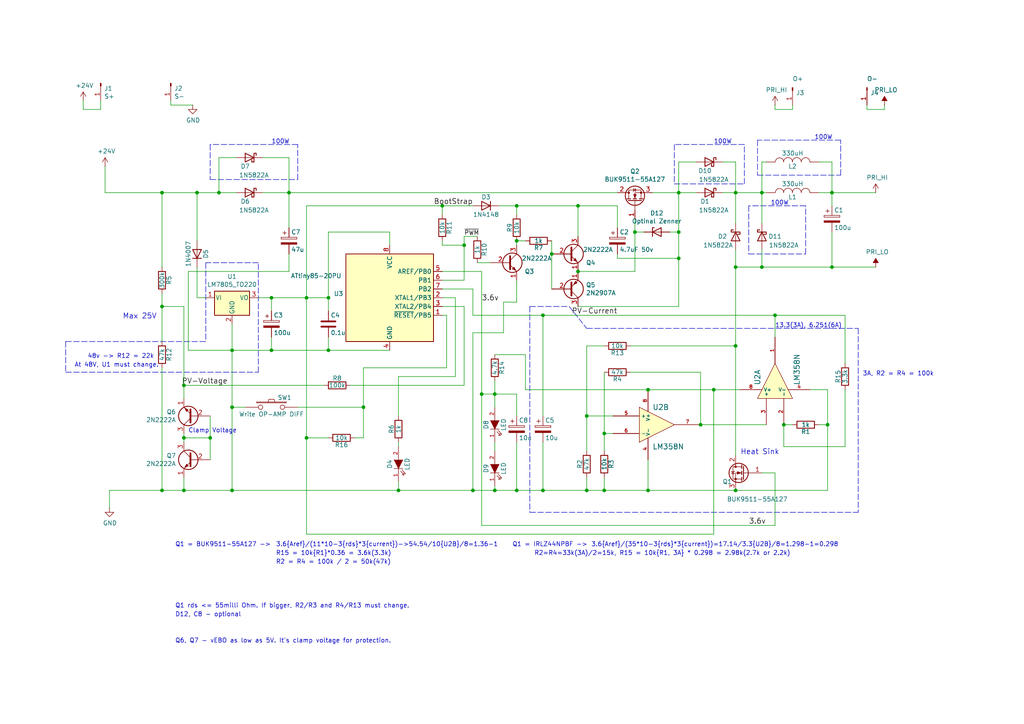
<source format=kicad_sch>
(kicad_sch (version 20250114) (generator "eeschema") (generator_version "9.0")
  (paper "A4")
  (title_block (title "Simple MPPT with ATTiny85") (date "2025-11-25") (rev "1.94"))
  (lib_symbols
    (symbol "ATTiny85-mppt-rescue:ATtiny85-20PU-MCU_Microchip_ATtiny"
      (property "Reference" "U" (at -12.7 13.97 0))
      (property "Value" "ATtiny85-20PU-MCU_Microchip_ATtiny" (at 2.54 -13.97 0))
      (symbol "ATtiny85-20PU-MCU_Microchip_ATtiny_0_1"
        (rectangle (start -12.7 -12.7) (end 12.7 12.7) (stroke (width 0.254)) (fill (type background)))
      )
      (symbol "ATtiny85-20PU-MCU_Microchip_ATtiny_1_1"
        (pin power_in line (at 0 15.24 270) (length 2.54) (name "VCC") (number "8"))
        (pin power_in line (at 0 -15.24 90) (length 2.54) (name "GND") (number "4"))
        (pin bidirectional line (at 15.24 7.62 180) (length 2.54) (name "AREF/PB0") (number "5"))
        (pin bidirectional line (at 15.24 5.08 180) (length 2.54) (name "PB1") (number "6"))
        (pin bidirectional line (at 15.24 2.54 180) (length 2.54) (name "PB2") (number "7"))
        (pin bidirectional line (at 15.24 0 180) (length 2.54) (name "XTAL1/PB3") (number "2"))
        (pin bidirectional line (at 15.24 -2.54 180) (length 2.54) (name "XTAL2/PB4") (number "3"))
        (pin bidirectional line (at 15.24 -5.08 180) (length 2.54) (name "~{RESET}/PB5") (number "1"))
      )
    )
    (symbol "ATTiny85-mppt-rescue:INDUCTOR-12f675-mppt-rescue" (pin_numbers (hide yes)) (pin_names (offset 1.016) (hide yes))
      (property "Reference" "L" (at -1.27 0 90))
      (property "Value" "INDUCTOR-12f675-mppt-rescue" (at 2.54 0 90))
      (symbol "INDUCTOR-12f675-mppt-rescue_0_1"
        (arc (start 0.0254 4.9784) (mid 1.2195 3.7595) (end 0.0254 2.5654))
        (arc (start 0.0254 2.5908) (mid 1.2956 1.2957) (end 0.0254 0.0254))
        (arc (start 0.0254 0.0508) (mid 1.2956 -1.2443) (end 0.0254 -2.5146))
        (arc (start 0.0254 -2.54) (mid 1.2703 -3.8097) (end 0.0254 -5.0546))
      )
      (symbol "INDUCTOR-12f675-mppt-rescue_1_1"
        (pin passive line (at 0 7.62 270) (length 2.54) (name "1") (number "1"))
        (pin passive line (at 0 -7.62 90) (length 2.54) (name "2") (number "2"))
      )
    )
    (symbol "ATTiny85-mppt-rescue:LED-12f675-mppt-rescue" (pin_names (offset 1.016) (hide yes))
      (property "Reference" "D" (at 0 2.54 0))
      (property "Value" "LED-12f675-mppt-rescue" (at 0 -2.54 0))
      (symbol "LED-12f675-mppt-rescue_0_1"
        (polyline (pts (xy -2.032 -0.635) (xy -3.175 -1.651) (xy -3.048 -1.016)))
        (polyline (pts (xy -1.651 -1.016) (xy -2.794 -2.032) (xy -2.667 -1.397)))
        (polyline (pts (xy -1.27 1.27) (xy -1.27 -1.27)))
        (polyline (pts (xy 1.27 1.27) (xy -1.27 0) (xy 1.27 -1.27)) (fill (type outline)))
      )
      (symbol "LED-12f675-mppt-rescue_1_1"
        (pin passive line (at -5.08 0 0) (length 3.81) (name "K") (number "1"))
        (pin passive line (at 5.08 0 180) (length 3.81) (name "A") (number "2"))
      )
    )
    (symbol "ATTiny85-mppt-rescue:LM358N-RESCUE-12f675-mppt-12f675-mppt-rescue"
      (property "Reference" "U" (at -1.27 5.08 0))
      (property "Value" "LM358N-RESCUE-12f675-mppt-12f675-mppt-rescue" (at -1.27 -6.35 0))
      (symbol "LM358N-RESCUE-12f675-mppt-12f675-mppt-rescue_0_1"
        (polyline (pts (xy -5.08 5.08) (xy 5.08 0) (xy -5.08 -5.08) (xy -5.08 5.08)) (stroke (width 0.1524)) (fill (type background)))
        (pin power_in line (at -2.54 10.16 270) (length 6.35) (name "V+") (number "8"))
        (pin power_in line (at -2.54 -10.16 90) (length 6.35) (name "V-") (number "4"))
      )
      (symbol "LM358N-RESCUE-12f675-mppt-12f675-mppt-rescue_1_1"
        (pin input line (at -12.7 2.54 0) (length 7.62) (name "+") (number "3"))
        (pin input line (at -12.7 -2.54 0) (length 7.62) (name "-") (number "2"))
        (pin output line (at 12.7 0 180) (length 7.62) (name "~") (number "1"))
      )
      (symbol "LM358N-RESCUE-12f675-mppt-12f675-mppt-rescue_2_1"
        (pin input line (at -12.7 2.54 0) (length 7.62) (name "+") (number "5"))
        (pin input line (at -12.7 -2.54 0) (length 7.62) (name "-") (number "6"))
        (pin output line (at 12.7 0 180) (length 7.62) (name "~") (number "7"))
      )
    )
    (symbol "ATTiny85-mppt-rescue:SW_PUSH-12f675-mppt-rescue" (pin_numbers (hide yes)) (pin_names (offset 1.016) (hide yes))
      (property "Reference" "SW" (at 3.81 2.794 0))
      (property "Value" "SW_PUSH-12f675-mppt-rescue" (at 0 -2.032 0))
      (symbol "SW_PUSH-12f675-mppt-rescue_0_1"
        (rectangle (start -4.318 1.27) (end 4.318 1.524))
        (polyline (pts (xy -1.016 1.524) (xy -0.762 2.286) (xy 0.762 2.286) (xy 1.016 1.524)))
        (pin passive inverted (at -7.62 0 0) (length 5.08) (name "1") (number "1"))
        (pin passive inverted (at 7.62 0 180) (length 5.08) (name "2") (number "2"))
      )
    )
    (symbol "Connector:Conn_01x01_Male" (pin_names (offset 1.016) (hide yes))
      (property "Reference" "J" (at 0 2.54 0))
      (property "Value" "Connector_Conn_01x01_Male" (at 0 -2.54 0))
      (symbol "Conn_01x01_Male_1_1"
        (rectangle (start 0.8636 0.127) (end 0 -0.127) (stroke (width 0.1524)) (fill (type outline)))
        (polyline (pts (xy 1.27 0) (xy 0.8636 0)) (stroke (width 0.1524)))
        (pin passive line (at 5.08 0 180) (length 3.81) (name "Pin_1") (number "1"))
      )
    )
    (symbol "Device:C" (pin_numbers (hide yes)) (pin_names (offset 0.254))
      (property "Reference" "C" (at 0.635 2.54 0))
      (property "Value" "C" (at 0.635 -2.54 0))
      (symbol "C_0_1"
        (polyline (pts (xy -2.032 0.762) (xy 2.032 0.762)) (stroke (width 0.508)))
        (polyline (pts (xy -2.032 -0.762) (xy 2.032 -0.762)) (stroke (width 0.508)))
      )
      (symbol "C_1_1"
        (pin passive line (at 0 3.81 270) (length 2.794) (name "~") (number "1"))
        (pin passive line (at 0 -3.81 90) (length 2.794) (name "~") (number "2"))
      )
    )
    (symbol "Device:CP" (pin_numbers (hide yes)) (pin_names (offset 0.254))
      (property "Reference" "C" (at 0.635 2.54 0))
      (property "Value" "Device_CP" (at 0.635 -2.54 0))
      (symbol "CP_0_1"
        (rectangle (start -2.286 0.508) (end 2.286 1.016))
        (polyline (pts (xy -1.778 2.286) (xy -0.762 2.286)))
        (polyline (pts (xy -1.27 2.794) (xy -1.27 1.778)))
        (rectangle (start 2.286 -0.508) (end -2.286 -1.016) (fill (type outline)))
      )
      (symbol "CP_1_1"
        (pin passive line (at 0 3.81 270) (length 2.794) (name "~") (number "1"))
        (pin passive line (at 0 -3.81 90) (length 2.794) (name "~") (number "2"))
      )
    )
    (symbol "Device:D" (pin_numbers (hide yes)) (pin_names (offset 1.016) (hide yes))
      (property "Reference" "D" (at 0 2.54 0))
      (property "Value" "D" (at 0 -2.54 0))
      (symbol "D_0_1"
        (polyline (pts (xy -1.27 1.27) (xy -1.27 -1.27)) (stroke (width 0.254)))
        (polyline (pts (xy 1.27 1.27) (xy 1.27 -1.27) (xy -1.27 0) (xy 1.27 1.27)) (stroke (width 0.254)))
        (polyline (pts (xy 1.27 0) (xy -1.27 0)))
      )
      (symbol "D_1_1"
        (pin passive line (at -3.81 0 0) (length 2.54) (name "K") (number "1"))
        (pin passive line (at 3.81 0 180) (length 2.54) (name "A") (number "2"))
      )
    )
    (symbol "Device:D_Schottky" (pin_numbers (hide yes)) (pin_names (offset 1.016) (hide yes))
      (property "Reference" "D" (at 0 2.54 0))
      (property "Value" "D_Schottky" (at 0 -2.54 0))
      (symbol "D_Schottky_0_1"
        (polyline (pts (xy -1.905 0.635) (xy -1.905 1.27) (xy -1.27 1.27) (xy -1.27 -1.27) (xy -0.635 -1.27) (xy -0.635 -0.635)) (stroke (width 0.254)))
        (polyline (pts (xy 1.27 1.27) (xy 1.27 -1.27) (xy -1.27 0) (xy 1.27 1.27)) (stroke (width 0.254)))
        (polyline (pts (xy 1.27 0) (xy -1.27 0)))
      )
      (symbol "D_Schottky_1_1"
        (pin passive line (at -3.81 0 0) (length 2.54) (name "K") (number "1"))
        (pin passive line (at 3.81 0 180) (length 2.54) (name "A") (number "2"))
      )
    )
    (symbol "Device:D_Zener" (pin_numbers (hide yes)) (pin_names (offset 1.016) (hide yes))
      (property "Reference" "D" (at 0 2.54 0))
      (property "Value" "D_Zener" (at 0 -2.54 0))
      (symbol "D_Zener_0_1"
        (polyline (pts (xy -1.27 -1.27) (xy -1.27 1.27) (xy -0.762 1.27)) (stroke (width 0.254)))
        (polyline (pts (xy 1.27 0) (xy -1.27 0)))
        (polyline (pts (xy 1.27 -1.27) (xy 1.27 1.27) (xy -1.27 0) (xy 1.27 -1.27)) (stroke (width 0.254)))
      )
      (symbol "D_Zener_1_1"
        (pin passive line (at -3.81 0 0) (length 2.54) (name "K") (number "1"))
        (pin passive line (at 3.81 0 180) (length 2.54) (name "A") (number "2"))
      )
    )
    (symbol "Device:Q_NMOS_GDS" (pin_names (offset 0) (hide yes))
      (property "Reference" "Q" (at 5.08 1.27 0))
      (property "Value" "Device_Q_NMOS_GDS" (at 5.08 -1.27 0))
      (symbol "Q_NMOS_GDS_0_1"
        (polyline (pts (xy 0.254 1.905) (xy 0.254 -1.905)) (stroke (width 0.254)))
        (polyline (pts (xy 0.254 0) (xy -2.54 0)))
        (polyline (pts (xy 0.762 2.286) (xy 0.762 1.27)) (stroke (width 0.254)))
        (polyline (pts (xy 0.762 0.508) (xy 0.762 -0.508)) (stroke (width 0.254)))
        (polyline (pts (xy 0.762 -1.27) (xy 0.762 -2.286)) (stroke (width 0.254)))
        (polyline (pts (xy 0.762 -1.778) (xy 3.302 -1.778) (xy 3.302 1.778) (xy 0.762 1.778)))
        (polyline (pts (xy 1.016 0) (xy 2.032 0.381) (xy 2.032 -0.381) (xy 1.016 0)) (fill (type outline)))
        (circle (center 1.651 0) (radius 2.794) (stroke (width 0.254)))
        (polyline (pts (xy 2.54 2.54) (xy 2.54 1.778)))
        (circle (center 2.54 1.778) (radius 0.254) (fill (type outline)))
        (circle (center 2.54 -1.778) (radius 0.254) (fill (type outline)))
        (polyline (pts (xy 2.54 -2.54) (xy 2.54 0) (xy 0.762 0)))
        (polyline (pts (xy 2.794 0.508) (xy 2.921 0.381) (xy 3.683 0.381) (xy 3.81 0.254)))
        (polyline (pts (xy 3.302 0.381) (xy 2.921 -0.254) (xy 3.683 -0.254) (xy 3.302 0.381)))
      )
      (symbol "Q_NMOS_GDS_1_1"
        (pin input line (at -5.08 0 0) (length 2.54) (name "G") (number "1"))
        (pin passive line (at 2.54 5.08 270) (length 2.54) (name "D") (number "2"))
        (pin passive line (at 2.54 -5.08 90) (length 2.54) (name "S") (number "3"))
      )
    )
    (symbol "Device:Q_NPN_EBC" (pin_names (offset 0) (hide yes))
      (property "Reference" "Q" (at 5.08 1.27 0))
      (property "Value" "Device_Q_NPN_EBC" (at 5.08 -1.27 0))
      (symbol "Q_NPN_EBC_0_1"
        (polyline (pts (xy 0.635 1.905) (xy 0.635 -1.905) (xy 0.635 -1.905)) (stroke (width 0.508)))
        (polyline (pts (xy 0.635 0.635) (xy 2.54 2.54)))
        (polyline (pts (xy 0.635 -0.635) (xy 2.54 -2.54) (xy 2.54 -2.54)))
        (circle (center 1.27 0) (radius 2.8194) (stroke (width 0.254)))
        (polyline (pts (xy 1.27 -1.778) (xy 1.778 -1.27) (xy 2.286 -2.286) (xy 1.27 -1.778) (xy 1.27 -1.778)) (fill (type outline)))
      )
      (symbol "Q_NPN_EBC_1_1"
        (pin passive line (at -5.08 0 0) (length 5.715) (name "B") (number "2"))
        (pin passive line (at 2.54 5.08 270) (length 2.54) (name "C") (number "3"))
        (pin passive line (at 2.54 -5.08 90) (length 2.54) (name "E") (number "1"))
      )
    )
    (symbol "Device:Q_PNP_EBC" (pin_names (offset 0) (hide yes))
      (property "Reference" "Q" (at 5.08 1.27 0))
      (property "Value" "Device_Q_PNP_EBC" (at 5.08 -1.27 0))
      (symbol "Q_PNP_EBC_0_1"
        (polyline (pts (xy 0.635 1.905) (xy 0.635 -1.905) (xy 0.635 -1.905)) (stroke (width 0.508)))
        (polyline (pts (xy 0.635 0.635) (xy 2.54 2.54)))
        (polyline (pts (xy 0.635 -0.635) (xy 2.54 -2.54) (xy 2.54 -2.54)))
        (circle (center 1.27 0) (radius 2.8194) (stroke (width 0.254)))
        (polyline (pts (xy 2.286 -1.778) (xy 1.778 -2.286) (xy 1.27 -1.27) (xy 2.286 -1.778) (xy 2.286 -1.778)) (fill (type outline)))
      )
      (symbol "Q_PNP_EBC_1_1"
        (pin input line (at -5.08 0 0) (length 5.715) (name "B") (number "2"))
        (pin passive line (at 2.54 5.08 270) (length 2.54) (name "C") (number "3"))
        (pin passive line (at 2.54 -5.08 90) (length 2.54) (name "E") (number "1"))
      )
    )
    (symbol "Device:R" (pin_numbers (hide yes)) (pin_names (offset 0))
      (property "Reference" "R" (at 2.032 0 90))
      (property "Value" "R" (at 0 0 90))
      (symbol "R_0_1"
        (rectangle (start -1.016 -2.54) (end 1.016 2.54) (stroke (width 0.254)))
      )
      (symbol "R_1_1"
        (pin passive line (at 0 3.81 270) (length 1.27) (name "~") (number "1"))
        (pin passive line (at 0 -3.81 90) (length 1.27) (name "~") (number "2"))
      )
    )
    (symbol "Regulator_Linear:LM7805_TO220" (pin_names (offset 0.254))
      (property "Reference" "U" (at -3.81 3.175 0))
      (property "Value" "LM7805_TO220" (at 0 3.175 0))
      (symbol "LM7805_TO220_0_1"
        (rectangle (start -5.08 1.905) (end 5.08 -5.08) (stroke (width 0.254)) (fill (type background)))
      )
      (symbol "LM7805_TO220_1_1"
        (pin power_in line (at -7.62 0 0) (length 2.54) (name "VI") (number "1"))
        (pin power_in line (at 0 -7.62 90) (length 2.54) (name "GND") (number "2"))
        (pin power_out line (at 7.62 0 180) (length 2.54) (name "VO") (number "3"))
      )
    )
    (symbol "power:+24V" (power) (pin_numbers (hide yes)) (pin_names (offset 0) (hide yes))
      (property "Value" "+24V" (at 0 3.556 0))
      (symbol "+24V_0_1"
        (polyline (pts (xy -0.762 1.27) (xy 0 2.54)))
        (polyline (pts (xy 0 2.54) (xy 0.762 1.27)))
        (polyline (pts (xy 0 0) (xy 0 2.54)))
      )
      (symbol "+24V_1_1"
        (pin power_in line (at 0 0 90) (length 0) (name "~") (number "1"))
      )
    )
    (symbol "power:GND" (power) (pin_numbers (hide yes)) (pin_names (offset 0) (hide yes))
      (property "Value" "GND" (at 0 -3.81 0))
      (symbol "GND_0_1"
        (polyline (pts (xy 0 0) (xy 0 -1.27) (xy 1.27 -1.27) (xy 0 -2.54) (xy -1.27 -1.27) (xy 0 -1.27)))
      )
      (symbol "GND_1_1"
        (pin power_in line (at 0 0 270) (length 0) (name "~") (number "1"))
      )
    )
    (symbol "power:PRI_HI" (power) (pin_numbers (hide yes)) (pin_names (offset 0) (hide yes))
      (property "Value" "PRI_HI" (at 0 3.556 0))
      (symbol "PRI_HI_0_1"
        (polyline (pts (xy -0.762 1.27) (xy 0 2.54)))
        (polyline (pts (xy 0 2.54) (xy 0.762 1.27)))
        (polyline (pts (xy 0 0) (xy 0 2.54)))
      )
      (symbol "PRI_HI_1_1"
        (pin power_in line (at 0 0 90) (length 0) (name "~") (number "1"))
      )
    )
    (symbol "power:PRI_LO" (power) (pin_numbers (hide yes)) (pin_names (offset 0) (hide yes))
      (property "Value" "PRI_LO" (at 0 3.556 0))
      (symbol "PRI_LO_0_1"
        (polyline (pts (xy 0 0) (xy 0 2.54)))
        (polyline (pts (xy 0.762 1.27) (xy -0.762 1.27) (xy 0 2.54) (xy 0.762 1.27)) (fill (type outline)))
      )
      (symbol "PRI_LO_1_1"
        (pin power_in line (at 0 0 90) (length 0) (name "~") (number "1"))
      )
    )
  )
  (text "3A, R2 = R4 = 100k" (at 250.19 109.22 0) (effects (font (size 1.27 1.27)) (justify left bottom)))
  (text "48v -> R12 = 22k" (at 25.4 104.14 0) (effects (font (size 1.27 1.27)) (justify left bottom)))
  (text "100W" (at 236.22 40.64 0) (effects (font (size 1.27 1.27)) (justify left bottom)))
  (text "100W" (at 223.52 59.69 0) (effects (font (size 1.27 1.27)) (justify left bottom)))
  (text "3.6{Aref}/(11*10-3{rds}*3{current})->54.54/10{U2B}/8=1.36-1" (at 80.01 158.75 0) (effects (font (size 1.27 1.27)) (justify left bottom)))
  (text "100W" (at 207.01 41.91 0) (effects (font (size 1.27 1.27)) (justify left bottom)))
  (text "Clamp Voltage" (at 54.61 125.73 0) (effects (font (size 1.27 1.27)) (justify left bottom)))
  (text "R2 = R4 = 100k / 2 = 50k(47k)" (at 80.01 163.83 0) (effects (font (size 1.27 1.27)) (justify left bottom)))
  (text "Heat Sink" (at 226.06 132.08 0) (effects (font (size 1.524 1.524)) (justify right bottom)))
  (text "D12, C8 - optional" (at 50.8 179.07 0) (effects (font (size 1.27 1.27)) (justify left bottom)))
  (text "Max 25V" (at 35.56 92.71 0) (effects (font (size 1.524 1.524)) (justify left bottom)))
  (text "At 48V, U1 must change." (at 21.59 106.68 0) (effects (font (size 1.27 1.27)) (justify left bottom)))
  (text "13.3(3A), 6.251(6A)" (at 224.79 95.25 0) (effects (font (size 1.27 1.27)) (justify left bottom)))
  (text "Q1 = BUK9511-55A127 ->" (at 50.8 158.75 0) (effects (font (size 1.27 1.27)) (justify left bottom)))
  (text "Q1 rds <= 55milli Ohm. If bigger, R2/R3 and R4/R13 must change." (at 50.8 176.53 0) (effects (font (size 1.27 1.27)) (justify left bottom)))
  (text "Q6, Q7 - vEBO as low as 5V. It's clamp voltage for protection." (at 50.8 186.69 0) (effects (font (size 1.27 1.27)) (justify left bottom)))
  (text "R2=R4=33k(3A)/2=15k, R15 = 10k{R1, 3A} * 0.298 = 2.98k(2.7k or 2.2k)" (at 154.94 161.29 0) (effects (font (size 1.27 1.27)) (justify left bottom)))
  (text "Q1 = IRLZ44NPBF ->" (at 148.59 158.75 0) (effects (font (size 1.27 1.27)) (justify left bottom)))
  (text "100W" (at 78.74 41.91 0) (effects (font (size 1.27 1.27)) (justify left bottom)))
  (text "R15 = 10k{R1}*0.36 = 3.6k(3.3k)" (at 80.01 161.29 0) (effects (font (size 1.27 1.27)) (justify left bottom)))
  (text "3.6{Aref}/(35*10-3{rds}*3{current})=17.14/3.3{U2B}/8=1.298-1=0.298" (at 171.45 158.75 0) (effects (font (size 1.27 1.27)) (justify left bottom)))
  (junction (at 134.62 71.12))
  (junction (at 241.3 77.47))
  (junction (at 224.79 91.44))
  (junction (at 46.99 142.24))
  (junction (at 149.86 69.85))
  (junction (at 143.51 114.3))
  (junction (at 53.34 127))
  (junction (at 241.3 55.88))
  (junction (at 60.96 127))
  (junction (at 46.99 55.88))
  (junction (at 196.85 74.93))
  (junction (at 175.26 142.24))
  (junction (at 46.99 88.9))
  (junction (at 157.48 142.24))
  (junction (at 139.7 114.3))
  (junction (at 220.98 77.47))
  (junction (at 149.86 59.69))
  (junction (at 88.9 86.36))
  (junction (at 213.36 142.24))
  (junction (at 57.15 55.88))
  (junction (at 95.25 86.36))
  (junction (at 78.74 101.6))
  (junction (at 167.64 78.74))
  (junction (at 227.33 123.19))
  (junction (at 95.25 101.6))
  (junction (at 83.82 55.88))
  (junction (at 175.26 125.73))
  (junction (at 184.15 67.31))
  (junction (at 137.16 142.24))
  (junction (at 149.86 142.24))
  (junction (at 143.51 142.24))
  (junction (at 63.5 55.88))
  (junction (at 170.18 120.65))
  (junction (at 53.34 142.24))
  (junction (at 203.2 123.19))
  (junction (at 187.96 113.03))
  (junction (at 53.34 111.76))
  (junction (at 167.64 59.69))
  (junction (at 207.01 113.03))
  (junction (at 240.03 123.19))
  (junction (at 105.41 118.11))
  (junction (at 196.85 67.31))
  (junction (at 67.31 118.11))
  (junction (at 67.31 142.24))
  (junction (at 157.48 91.44))
  (junction (at 187.96 142.24))
  (junction (at 170.18 142.24))
  (junction (at 88.9 127))
  (junction (at 115.57 142.24))
  (junction (at 160.02 73.66))
  (junction (at 220.98 55.88))
  (junction (at 213.36 55.88))
  (junction (at 213.36 77.47))
  (junction (at 213.36 100.33))
  (junction (at 78.74 86.36))
  (junction (at 67.31 101.6))
  (junction (at 128.27 59.69))
  (junction (at 196.85 55.88))
  (wire (pts (xy 220.98 55.88) (xy 220.98 64.77)))
  (wire (pts (xy 53.34 115.57) (xy 53.34 111.76)))
  (wire (pts (xy 167.64 59.69) (xy 179.07 59.69)))
  (wire (pts (xy 157.48 120.65) (xy 157.48 91.44)))
  (wire (pts (xy 88.9 59.69) (xy 88.9 86.36)))
  (wire (pts (xy 152.4 69.85) (xy 149.86 69.85)))
  (wire (pts (xy 24.13 29.21) (xy 24.13 31.75)))
  (wire (pts (xy 143.51 140.97) (xy 143.51 142.24)))
  (wire (pts (xy 196.85 74.93) (xy 179.07 74.93)))
  (wire (pts (xy 83.82 45.72) (xy 83.82 55.88)))
  (wire (pts (xy 149.86 59.69) (xy 149.86 62.23)))
  (wire (pts (xy 138.43 76.2) (xy 142.24 76.2)))
  (wire (pts (xy 170.18 100.33) (xy 170.18 120.65)))
  (wire (pts (xy 57.15 69.85) (xy 57.15 55.88)))
  (wire (pts (xy 137.16 142.24) (xy 143.51 142.24)))
  (wire (pts (xy 207.01 154.94) (xy 207.01 113.03)))
  (wire (pts (xy 194.31 67.31) (xy 196.85 67.31)))
  (polyline (pts (xy 59.69 76.2) (xy 59.69 99.06)) (stroke (width 0) (type dash)))
  (polyline (pts (xy 60.96 52.07) (xy 86.36 52.07)) (stroke (width 0) (type dash)))
  (wire (pts (xy 196.85 55.88) (xy 196.85 67.31)))
  (wire (pts (xy 24.13 31.75) (xy 29.21 31.75)))
  (wire (pts (xy 189.23 55.88) (xy 196.85 55.88)))
  (wire (pts (xy 67.31 118.11) (xy 67.31 142.24)))
  (wire (pts (xy 53.34 125.73) (xy 53.34 127)))
  (wire (pts (xy 143.51 114.3) (xy 139.7 114.3)))
  (polyline (pts (xy 217.17 73.66) (xy 233.68 73.66)) (stroke (width 0) (type dash)))
  (wire (pts (xy 175.26 138.43) (xy 175.26 142.24)))
  (wire (pts (xy 78.74 101.6) (xy 95.25 101.6)))
  (wire (pts (xy 113.03 67.31) (xy 113.03 71.12)))
  (wire (pts (xy 63.5 45.72) (xy 63.5 55.88)))
  (wire (pts (xy 187.96 142.24) (xy 187.96 133.35)))
  (wire (pts (xy 213.36 72.39) (xy 213.36 77.47)))
  (wire (pts (xy 241.3 55.88) (xy 254 55.88)))
  (polyline (pts (xy 219.71 40.64) (xy 219.71 50.8)) (stroke (width 0) (type dash)))
  (wire (pts (xy 53.34 138.43) (xy 53.34 142.24)))
  (wire (pts (xy 76.2 45.72) (xy 83.82 45.72)))
  (wire (pts (xy 30.48 55.88) (xy 46.99 55.88)))
  (wire (pts (xy 187.96 113.03) (xy 207.01 113.03)))
  (wire (pts (xy 213.36 100.33) (xy 213.36 132.08)))
  (polyline (pts (xy 233.68 73.66) (xy 233.68 59.69)) (stroke (width 0) (type dash)))
  (wire (pts (xy 146.05 87.63) (xy 146.05 96.52)))
  (wire (pts (xy 95.25 127) (xy 88.9 127)))
  (wire (pts (xy 237.49 46.99) (xy 241.3 46.99)))
  (wire (pts (xy 240.03 113.03) (xy 240.03 123.19)))
  (wire (pts (xy 222.25 46.99) (xy 220.98 46.99)))
  (wire (pts (xy 240.03 123.19) (xy 240.03 142.24)))
  (wire (pts (xy 224.79 137.16) (xy 220.98 137.16)))
  (polyline (pts (xy 243.84 50.8) (xy 243.84 40.64)) (stroke (width 0) (type dash)))
  (wire (pts (xy 237.49 55.88) (xy 241.3 55.88)))
  (wire (pts (xy 186.69 67.31) (xy 184.15 67.31)))
  (wire (pts (xy 54.61 101.6) (xy 54.61 78.74)))
  (wire (pts (xy 67.31 142.24) (xy 53.34 142.24)))
  (polyline (pts (xy 217.17 59.69) (xy 217.17 73.66)) (stroke (width 0) (type dash)))
  (polyline (pts (xy 86.36 41.91) (xy 60.96 41.91)) (stroke (width 0) (type dash)))
  (polyline (pts (xy 165.1 88.9) (xy 170.18 95.25)) (stroke (width 0) (type dash)))
  (wire (pts (xy 105.41 106.68) (xy 129.54 106.68)))
  (wire (pts (xy 241.3 77.47) (xy 241.3 67.31)))
  (wire (pts (xy 105.41 106.68) (xy 105.41 118.11)))
  (wire (pts (xy 134.62 71.12) (xy 134.62 68.58)))
  (wire (pts (xy 170.18 120.65) (xy 177.8 120.65)))
  (wire (pts (xy 201.93 46.99) (xy 196.85 46.99)))
  (wire (pts (xy 175.26 107.95) (xy 175.26 125.73)))
  (wire (pts (xy 245.11 129.54) (xy 227.33 129.54)))
  (polyline (pts (xy 248.92 95.25) (xy 248.92 148.59)) (stroke (width 0) (type dash)))
  (wire (pts (xy 137.16 83.82) (xy 137.16 91.44)))
  (wire (pts (xy 95.25 67.31) (xy 113.03 67.31)))
  (wire (pts (xy 184.15 67.31) (xy 184.15 78.74)))
  (polyline (pts (xy 74.93 107.95) (xy 74.93 76.2)) (stroke (width 0) (type dash)))
  (wire (pts (xy 54.61 78.74) (xy 83.82 78.74)))
  (wire (pts (xy 88.9 154.94) (xy 207.01 154.94)))
  (wire (pts (xy 213.36 77.47) (xy 220.98 77.47)))
  (wire (pts (xy 240.03 142.24) (xy 213.36 142.24)))
  (wire (pts (xy 220.98 46.99) (xy 220.98 55.88)))
  (wire (pts (xy 46.99 77.47) (xy 46.99 55.88)))
  (wire (pts (xy 160.02 69.85) (xy 160.02 73.66)))
  (wire (pts (xy 143.51 110.49) (xy 143.51 114.3)))
  (wire (pts (xy 128.27 78.74) (xy 139.7 78.74)))
  (wire (pts (xy 182.88 107.95) (xy 203.2 107.95)))
  (wire (pts (xy 149.86 69.85) (xy 149.86 71.12)))
  (wire (pts (xy 179.07 59.69) (xy 179.07 66.04)))
  (wire (pts (xy 60.96 127) (xy 53.34 127)))
  (polyline (pts (xy 60.96 41.91) (xy 60.96 52.07)) (stroke (width 0) (type dash)))
  (wire (pts (xy 68.58 45.72) (xy 63.5 45.72)))
  (wire (pts (xy 53.34 111.76) (xy 93.98 111.76)))
  (wire (pts (xy 213.36 55.88) (xy 220.98 55.88)))
  (wire (pts (xy 224.79 31.75) (xy 229.87 31.75)))
  (wire (pts (xy 203.2 123.19) (xy 222.25 123.19)))
  (wire (pts (xy 251.46 30.48) (xy 251.46 31.75)))
  (wire (pts (xy 227.33 129.54) (xy 227.33 123.19)))
  (wire (pts (xy 207.01 113.03) (xy 214.63 113.03)))
  (polyline (pts (xy 19.05 99.06) (xy 19.05 107.95)) (stroke (width 0) (type dash)))
  (polyline (pts (xy 243.84 40.64) (xy 219.71 40.64)) (stroke (width 0) (type dash)))
  (wire (pts (xy 83.82 55.88) (xy 76.2 55.88)))
  (wire (pts (xy 157.48 128.27) (xy 157.48 142.24)))
  (wire (pts (xy 170.18 138.43) (xy 170.18 142.24)))
  (wire (pts (xy 71.12 118.11) (xy 67.31 118.11)))
  (wire (pts (xy 157.48 142.24) (xy 170.18 142.24)))
  (wire (pts (xy 167.64 78.74) (xy 184.15 78.74)))
  (wire (pts (xy 167.64 88.9) (xy 196.85 88.9)))
  (wire (pts (xy 95.25 90.17) (xy 95.25 86.36)))
  (wire (pts (xy 149.86 81.28) (xy 149.86 87.63)))
  (wire (pts (xy 83.82 66.04) (xy 83.82 55.88)))
  (wire (pts (xy 196.85 55.88) (xy 201.93 55.88)))
  (wire (pts (xy 143.51 114.3) (xy 143.51 118.11)))
  (wire (pts (xy 53.34 142.24) (xy 46.99 142.24)))
  (wire (pts (xy 175.26 125.73) (xy 175.26 130.81)))
  (wire (pts (xy 203.2 107.95) (xy 203.2 123.19)))
  (wire (pts (xy 134.62 88.9) (xy 134.62 111.76)))
  (wire (pts (xy 146.05 96.52) (xy 137.16 96.52)))
  (wire (pts (xy 105.41 118.11) (xy 86.36 118.11)))
  (wire (pts (xy 245.11 91.44) (xy 245.11 105.41)))
  (wire (pts (xy 30.48 55.88) (xy 30.48 48.26)))
  (wire (pts (xy 149.86 142.24) (xy 157.48 142.24)))
  (wire (pts (xy 137.16 91.44) (xy 157.48 91.44)))
  (wire (pts (xy 134.62 81.28) (xy 134.62 71.12)))
  (wire (pts (xy 101.6 111.76) (xy 134.62 111.76)))
  (wire (pts (xy 78.74 86.36) (xy 88.9 86.36)))
  (polyline (pts (xy 233.68 59.69) (xy 217.17 59.69)) (stroke (width 0) (type dash)))
  (wire (pts (xy 95.25 86.36) (xy 95.25 67.31)))
  (wire (pts (xy 139.7 152.4) (xy 224.79 152.4)))
  (wire (pts (xy 129.54 91.44) (xy 129.54 106.68)))
  (wire (pts (xy 53.34 88.9) (xy 46.99 88.9)))
  (wire (pts (xy 179.07 74.93) (xy 179.07 73.66)))
  (wire (pts (xy 57.15 77.47) (xy 57.15 86.36)))
  (wire (pts (xy 224.79 91.44) (xy 245.11 91.44)))
  (wire (pts (xy 196.85 88.9) (xy 196.85 74.93)))
  (wire (pts (xy 49.53 30.48) (xy 55.88 30.48)))
  (wire (pts (xy 95.25 101.6) (xy 113.03 101.6)))
  (wire (pts (xy 83.82 55.88) (xy 179.07 55.88)))
  (wire (pts (xy 184.15 63.5) (xy 184.15 67.31)))
  (polyline (pts (xy 153.67 88.9) (xy 153.67 148.59)) (stroke (width 0) (type dash)))
  (wire (pts (xy 152.4 113.03) (xy 187.96 113.03)))
  (wire (pts (xy 128.27 83.82) (xy 137.16 83.82)))
  (wire (pts (xy 209.55 55.88) (xy 213.36 55.88)))
  (wire (pts (xy 170.18 120.65) (xy 170.18 130.81)))
  (wire (pts (xy 196.85 67.31) (xy 196.85 74.93)))
  (wire (pts (xy 74.93 86.36) (xy 78.74 86.36)))
  (wire (pts (xy 187.96 142.24) (xy 175.26 142.24)))
  (wire (pts (xy 245.11 129.54) (xy 245.11 113.03)))
  (wire (pts (xy 134.62 68.58) (xy 138.43 68.58)))
  (wire (pts (xy 88.9 86.36) (xy 88.9 127)))
  (wire (pts (xy 128.27 71.12) (xy 134.62 71.12)))
  (wire (pts (xy 128.27 62.23) (xy 128.27 59.69)))
  (wire (pts (xy 128.27 81.28) (xy 134.62 81.28)))
  (wire (pts (xy 143.51 128.27) (xy 143.51 130.81)))
  (wire (pts (xy 46.99 106.68) (xy 46.99 142.24)))
  (wire (pts (xy 115.57 139.7) (xy 115.57 142.24)))
  (wire (pts (xy 59.69 86.36) (xy 57.15 86.36)))
  (polyline (pts (xy 19.05 99.06) (xy 59.69 99.06)) (stroke (width 0) (type dash)))
  (polyline (pts (xy 195.58 53.34) (xy 215.9 53.34)) (stroke (width 0) (type dash)))
  (wire (pts (xy 139.7 78.74) (xy 139.7 114.3)))
  (wire (pts (xy 63.5 55.88) (xy 68.58 55.88)))
  (wire (pts (xy 115.57 109.22) (xy 115.57 120.65)))
  (wire (pts (xy 105.41 127) (xy 102.87 127)))
  (polyline (pts (xy 153.67 88.9) (xy 165.1 88.9)) (stroke (width 0) (type dash)))
  (wire (pts (xy 67.31 101.6) (xy 67.31 118.11)))
  (wire (pts (xy 46.99 85.09) (xy 46.99 88.9)))
  (wire (pts (xy 152.4 102.87) (xy 152.4 113.03)))
  (polyline (pts (xy 215.9 41.91) (xy 195.58 41.91)) (stroke (width 0) (type dash)))
  (wire (pts (xy 31.75 147.32) (xy 31.75 142.24)))
  (wire (pts (xy 241.3 55.88) (xy 241.3 59.69)))
  (wire (pts (xy 78.74 97.79) (xy 78.74 101.6)))
  (wire (pts (xy 67.31 142.24) (xy 115.57 142.24)))
  (wire (pts (xy 29.21 31.75) (xy 29.21 29.21)))
  (polyline (pts (xy 215.9 53.34) (xy 215.9 41.91)) (stroke (width 0) (type dash)))
  (wire (pts (xy 229.87 31.75) (xy 229.87 30.48)))
  (wire (pts (xy 53.34 88.9) (xy 53.34 111.76)))
  (wire (pts (xy 149.86 59.69) (xy 167.64 59.69)))
  (wire (pts (xy 170.18 100.33) (xy 175.26 100.33)))
  (polyline (pts (xy 170.18 95.25) (xy 248.92 95.25)) (stroke (width 0) (type dash)))
  (wire (pts (xy 241.3 77.47) (xy 254 77.47)))
  (wire (pts (xy 177.8 125.73) (xy 175.26 125.73)))
  (polyline (pts (xy 74.93 76.2) (xy 59.69 76.2)) (stroke (width 0) (type dash)))
  (wire (pts (xy 213.36 46.99) (xy 213.36 55.88)))
  (wire (pts (xy 132.08 109.22) (xy 132.08 86.36)))
  (wire (pts (xy 196.85 46.99) (xy 196.85 55.88)))
  (wire (pts (xy 237.49 123.19) (xy 240.03 123.19)))
  (wire (pts (xy 149.86 128.27) (xy 149.86 142.24)))
  (wire (pts (xy 115.57 129.54) (xy 115.57 128.27)))
  (wire (pts (xy 240.03 113.03) (xy 234.95 113.03)))
  (wire (pts (xy 60.96 120.65) (xy 60.96 127)))
  (wire (pts (xy 175.26 142.24) (xy 170.18 142.24)))
  (wire (pts (xy 57.15 55.88) (xy 63.5 55.88)))
  (wire (pts (xy 160.02 83.82) (xy 160.02 73.66)))
  (wire (pts (xy 256.54 31.75) (xy 256.54 30.48)))
  (wire (pts (xy 224.79 30.48) (xy 224.79 31.75)))
  (wire (pts (xy 220.98 72.39) (xy 220.98 77.47)))
  (polyline (pts (xy 195.58 41.91) (xy 195.58 53.34)) (stroke (width 0) (type dash)))
  (wire (pts (xy 88.9 86.36) (xy 95.25 86.36)))
  (wire (pts (xy 224.79 152.4) (xy 224.79 137.16)))
  (wire (pts (xy 143.51 102.87) (xy 152.4 102.87)))
  (wire (pts (xy 229.87 123.19) (xy 227.33 123.19)))
  (wire (pts (xy 139.7 114.3) (xy 139.7 152.4)))
  (wire (pts (xy 31.75 142.24) (xy 46.99 142.24)))
  (wire (pts (xy 88.9 127) (xy 88.9 154.94)))
  (wire (pts (xy 128.27 91.44) (xy 129.54 91.44)))
  (wire (pts (xy 251.46 31.75) (xy 256.54 31.75)))
  (wire (pts (xy 134.62 88.9) (xy 128.27 88.9)))
  (wire (pts (xy 220.98 77.47) (xy 241.3 77.47)))
  (wire (pts (xy 167.64 59.69) (xy 167.64 68.58)))
  (wire (pts (xy 182.88 100.33) (xy 213.36 100.33)))
  (wire (pts (xy 241.3 46.99) (xy 241.3 55.88)))
  (wire (pts (xy 149.86 87.63) (xy 146.05 87.63)))
  (wire (pts (xy 83.82 78.74) (xy 83.82 73.66)))
  (wire (pts (xy 67.31 93.98) (xy 67.31 101.6)))
  (wire (pts (xy 105.41 118.11) (xy 105.41 127)))
  (wire (pts (xy 149.86 114.3) (xy 143.51 114.3)))
  (wire (pts (xy 143.51 142.24) (xy 149.86 142.24)))
  (wire (pts (xy 220.98 55.88) (xy 222.25 55.88)))
  (wire (pts (xy 213.36 77.47) (xy 213.36 100.33)))
  (wire (pts (xy 128.27 69.85) (xy 128.27 71.12)))
  (wire (pts (xy 213.36 142.24) (xy 187.96 142.24)))
  (wire (pts (xy 46.99 88.9) (xy 46.99 99.06)))
  (wire (pts (xy 78.74 90.17) (xy 78.74 86.36)))
  (wire (pts (xy 149.86 120.65) (xy 149.86 114.3)))
  (wire (pts (xy 137.16 96.52) (xy 137.16 142.24)))
  (wire (pts (xy 54.61 101.6) (xy 67.31 101.6)))
  (polyline (pts (xy 86.36 52.07) (xy 86.36 41.91)) (stroke (width 0) (type dash)))
  (wire (pts (xy 60.96 127) (xy 60.96 133.35)))
  (wire (pts (xy 115.57 109.22) (xy 132.08 109.22)))
  (wire (pts (xy 213.36 55.88) (xy 213.36 64.77)))
  (wire (pts (xy 53.34 127) (xy 53.34 128.27)))
  (wire (pts (xy 137.16 59.69) (xy 128.27 59.69)))
  (polyline (pts (xy 19.05 107.95) (xy 74.93 107.95)) (stroke (width 0) (type dash)))
  (wire (pts (xy 224.79 97.79) (xy 224.79 91.44)))
  (wire (pts (xy 49.53 29.21) (xy 49.53 30.48)))
  (polyline (pts (xy 153.67 148.59) (xy 248.92 148.59)) (stroke (width 0) (type dash)))
  (wire (pts (xy 209.55 46.99) (xy 213.36 46.99)))
  (wire (pts (xy 157.48 91.44) (xy 224.79 91.44)))
  (wire (pts (xy 95.25 97.79) (xy 95.25 101.6)))
  (polyline (pts (xy 219.71 50.8) (xy 243.84 50.8)) (stroke (width 0) (type dash)))
  (wire (pts (xy 46.99 55.88) (xy 57.15 55.88)))
  (wire (pts (xy 67.31 101.6) (xy 78.74 101.6)))
  (wire (pts (xy 132.08 86.36) (xy 128.27 86.36)))
  (wire (pts (xy 128.27 59.69) (xy 88.9 59.69)))
  (wire (pts (xy 144.78 59.69) (xy 149.86 59.69)))
  (wire (pts (xy 115.57 142.24) (xy 137.16 142.24)))
  (label "3.6v" (at 139.7 87.63 0) (effects (font (size 1.524 1.524))))
  (label "BootStrap" (at 137.16 59.69 180) (effects (font (size 1.524 1.524))))
  (label "~{PWM}" (at 134.62 68.58 0))
  (label "3.6v" (at 217.17 152.4 0) (effects (font (size 1.524 1.524))))
  (label "PV-Voltage" (at 66.04 111.76 180) (effects (font (size 1.524 1.524))))
  (label "PV-Current" (at 179.07 91.44 180) (effects (font (size 1.524 1.524))))
  (symbol (lib_id "ATTiny85-mppt-rescue:LM358N-RESCUE-12f675-mppt-12f675-mppt-rescue") (at 190.5 123.19 0) (unit 2)
    (property "Reference" "U2" (at 189.23 118.11 0) (effects (font (size 1.524 1.524)) (justify left)))
    (property "Value" "LM358N" (at 189.23 129.54 0) (effects (font (size 1.524 1.524)) (justify left)))
    (property "Footprint" "Housings_DIP:DIP-8_W7.62mm" (effects (hide yes)))
  )
  (symbol (lib_id "Device:Q_NMOS_GDS") (at 215.9 137.16 0) (mirror y) (unit 1)
    (property "Reference" "Q1" (at 209.55 139.7 0) (effects (justify right)))
    (property "Value" "BUK9511-55A127" (at 210.82 144.78 0) (effects (justify right)))
    (property "Footprint" "TO_SOT_Packages_THT-2:TO-220_Neutral123_Vertical" (effects (hide yes)))
  )
  (symbol (lib_id "Device:R") (at 179.07 107.95 270) (unit 1)
    (property "Reference" "R4" (at 179.07 109.982 90))
    (property "Value" "47k" (at 179.07 107.95 90))
    (property "Footprint" "Resistors_THT:R_Axial_DIN0309_L9.0mm_D3.2mm_P12.70mm_Horizontal" (effects (hide yes)))
  )
  (symbol (lib_id "Device:R") (at 175.26 134.62 0) (unit 1)
    (property "Reference" "R3" (at 177.292 134.62 90))
    (property "Value" "10k" (at 175.26 134.62 90))
    (property "Footprint" "Resistors_THT:R_Axial_DIN0309_L9.0mm_D3.2mm_P12.70mm_Horizontal" (effects (hide yes)))
  )
  (symbol (lib_id "ATTiny85-mppt-rescue:INDUCTOR-12f675-mppt-rescue") (at 229.87 55.88 90) (unit 1)
    (property "Reference" "L1" (at 229.87 57.15 90))
    (property "Value" "330uH" (at 229.87 53.34 90))
    (property "Footprint" "Inductors_THT:L_Toroid_Vertical_L33.0mm_W17.8mm_P12.70mm_Pulse_KM-5" (effects (hide yes)))
  )
  (symbol (lib_id "Device:D_Schottky") (at 205.74 55.88 0) (mirror y) (unit 1)
    (property "Reference" "D1" (at 204.47 58.42 0))
    (property "Value" "1N5822A" (at 207.01 60.96 0))
    (property "Footprint" "Diodes_THT:D_DO-201AD_P15.24mm_Horizontal" (effects (hide yes)))
  )
  (symbol (lib_id "Device:D_Schottky") (at 213.36 68.58 90) (mirror x) (unit 1)
    (property "Reference" "D2" (at 209.55 68.58 90))
    (property "Value" "1N5822A" (at 208.28 71.12 90))
    (property "Footprint" "Diodes_THT:D_DO-201AD_P15.24mm_Horizontal" (effects (hide yes)))
  )
  (symbol (lib_id "Device:CP") (at 241.3 63.5 0) (unit 1)
    (property "Reference" "C1" (at 241.935 60.96 0) (effects (justify left)))
    (property "Value" "100u" (at 241.935 66.04 0) (effects (justify left)))
    (property "Footprint" "Capacitors_THT:CP_Radial_D12.5mm_P5.00mm" (effects (hide yes)))
  )
  (symbol (lib_id "Device:Q_NPN_EBC") (at 165.1 73.66 0) (unit 1)
    (property "Reference" "Q4" (at 172.72 76.2 0) (effects (justify right)))
    (property "Value" "2N2222A" (at 177.8 72.39 0) (effects (justify right)))
    (property "Footprint" "TO_SOT_Packages_THT:TO-92_Inline_Wide" (effects (hide yes)))
  )
  (symbol (lib_id "Device:CP") (at 179.07 69.85 0) (unit 1)
    (property "Reference" "C2" (at 179.705 67.31 0) (effects (justify left)))
    (property "Value" "4.7uF 50v" (at 179.705 72.39 0) (effects (justify left)))
    (property "Footprint" "Capacitors_THT:CP_Radial_D12.5mm_P5.00mm" (effects (hide yes)))
  )
  (symbol (lib_id "Device:D") (at 140.97 59.69 0) (mirror y) (unit 1)
    (property "Reference" "D3" (at 140.97 57.15 0))
    (property "Value" "1N4148" (at 140.97 62.23 0))
    (property "Footprint" "Diodes_THT:D_DO-41_SOD81_P10.16mm_Horizontal" (effects (hide yes)))
  )
  (symbol (lib_id "Device:R") (at 138.43 72.39 0) (unit 1)
    (property "Reference" "R10" (at 140.462 72.39 90))
    (property "Value" "1k" (at 138.43 72.39 90))
    (property "Footprint" "Resistors_THT:R_Axial_DIN0309_L9.0mm_D3.2mm_P12.70mm_Horizontal" (effects (hide yes)))
  )
  (symbol (lib_id "Device:R") (at 46.99 81.28 0) (unit 1)
    (property "Reference" "R5" (at 49.022 81.28 90))
    (property "Value" "300k" (at 46.99 81.28 90))
    (property "Footprint" "Resistors_THT:R_Axial_DIN0309_L9.0mm_D3.2mm_P12.70mm_Horizontal" (effects (hide yes)))
  )
  (symbol (lib_id "Device:R") (at 97.79 111.76 90) (unit 1)
    (property "Reference" "R8" (at 97.79 109.728 90))
    (property "Value" "100k" (at 97.79 111.76 90))
    (property "Footprint" "Resistors_THT:R_Axial_DIN0309_L9.0mm_D3.2mm_P12.70mm_Horizontal" (effects (hide yes)))
  )
  (symbol (lib_id "Device:R") (at 115.57 124.46 180) (unit 1)
    (property "Reference" "R6" (at 113.538 124.46 90))
    (property "Value" "1k" (at 115.57 124.46 90))
    (property "Footprint" "Resistors_THT:R_Axial_DIN0309_L9.0mm_D3.2mm_P12.70mm_Horizontal" (effects (hide yes)))
  )
  (symbol (lib_id "ATTiny85-mppt-rescue:LED-12f675-mppt-rescue") (at 115.57 134.62 90) (unit 1)
    (property "Reference" "D4" (at 113.03 134.62 0))
    (property "Value" "LED" (at 118.11 134.62 0))
    (property "Footprint" "LEDs:LED_D4.0mm" (effects (hide yes)))
  )
  (symbol (lib_id "Device:D") (at 57.15 73.66 270) (mirror x) (unit 1)
    (property "Reference" "D5" (at 59.69 73.66 0))
    (property "Value" "1N4007" (at 54.61 73.66 0))
    (property "Footprint" "Diodes_THT:D_DO-41_SOD81_P10.16mm_Horizontal" (effects (hide yes)))
  )
  (symbol (lib_id "Device:C") (at 95.25 93.98 0) (unit 1)
    (property "Reference" "C4" (at 95.885 91.44 0) (effects (justify left)))
    (property "Value" "0.1u" (at 95.885 96.52 0) (effects (justify left)))
    (property "Footprint" "Capacitors_THT:C_Disc_D12.5mm_W5.0mm_P7.50mm" (effects (hide yes)))
  )
  (symbol (lib_id "Device:CP") (at 78.74 93.98 0) (unit 1)
    (property "Reference" "C3" (at 79.375 91.44 0) (effects (justify left)))
    (property "Value" "100u" (at 79.375 96.52 0) (effects (justify left)))
    (property "Footprint" "Capacitors_THT:CP_Radial_D12.5mm_P5.00mm" (effects (hide yes)))
  )
  (symbol (lib_id "Device:R") (at 46.99 102.87 0) (unit 1)
    (property "Reference" "R12" (at 49.022 102.87 90))
    (property "Value" "47k" (at 46.99 102.87 90))
    (property "Footprint" "Resistors_THT:R_Axial_DIN0309_L9.0mm_D3.2mm_P12.70mm_Horizontal" (effects (hide yes)))
  )
  (symbol (lib_id "Device:R") (at 170.18 134.62 180) (unit 1)
    (property "Reference" "R2" (at 168.148 134.62 90))
    (property "Value" "47k" (at 170.18 134.62 90))
    (property "Footprint" "Resistors_THT:R_Axial_DIN0309_L9.0mm_D3.2mm_P12.70mm_Horizontal" (effects (hide yes)))
  )
  (symbol (lib_id "Device:R") (at 179.07 100.33 270) (unit 1)
    (property "Reference" "R13" (at 179.07 102.362 90))
    (property "Value" "10k" (at 179.07 100.33 90))
    (property "Footprint" "Resistors_THT:R_Axial_DIN0309_L9.0mm_D3.2mm_P12.70mm_Horizontal" (effects (hide yes)))
  )
  (symbol (lib_id "ATTiny85-mppt-rescue:LED-12f675-mppt-rescue") (at 143.51 135.89 90) (unit 1)
    (property "Reference" "D9" (at 140.97 135.89 0))
    (property "Value" "LED" (at 146.05 135.89 0))
    (property "Footprint" "LEDs:LED_D4.0mm" (effects (hide yes)))
  )
  (symbol (lib_id "ATTiny85-mppt-rescue:LED-12f675-mppt-rescue") (at 143.51 123.19 90) (unit 1)
    (property "Reference" "D8" (at 140.97 123.19 0))
    (property "Value" "LED" (at 146.05 123.19 0))
    (property "Footprint" "LEDs:LED_D4.0mm" (effects (hide yes)))
  )
  (symbol (lib_id "Device:R") (at 143.51 106.68 0) (unit 1)
    (property "Reference" "R14" (at 145.542 106.68 90))
    (property "Value" "4.7k" (at 143.51 106.68 90))
    (property "Footprint" "Resistors_THT:R_Axial_DIN0309_L9.0mm_D3.2mm_P12.70mm_Horizontal" (effects (hide yes)))
  )
  (symbol (lib_id "Device:CP") (at 157.48 124.46 0) (unit 1)
    (property "Reference" "C5" (at 158.115 121.92 0) (effects (justify left)))
    (property "Value" "10u" (at 158.115 127 0) (effects (justify left)))
    (property "Footprint" "Capacitors_THT:CP_Radial_D12.5mm_P5.00mm" (effects (hide yes)))
  )
  (symbol (lib_id "ATTiny85-mppt-rescue:LM358N-RESCUE-12f675-mppt-12f675-mppt-rescue") (at 224.79 110.49 90) (unit 1)
    (property "Reference" "U2" (at 219.71 111.76 0) (effects (font (size 1.524 1.524)) (justify left)))
    (property "Value" "LM358N" (at 231.14 111.76 0) (effects (font (size 1.524 1.524)) (justify left)))
    (property "Footprint" "Housings_DIP:DIP-8_W7.62mm" (effects (hide yes)))
  )
  (symbol (lib_id "Device:R") (at 233.68 123.19 270) (unit 1)
    (property "Reference" "R1" (at 233.68 125.222 90))
    (property "Value" "1k" (at 233.68 123.19 90))
    (property "Footprint" "Resistors_THT:R_Axial_DIN0309_L9.0mm_D3.2mm_P12.70mm_Horizontal" (effects (hide yes)))
  )
  (symbol (lib_id "Device:R") (at 245.11 109.22 180) (unit 1)
    (property "Reference" "R15" (at 243.078 109.22 90))
    (property "Value" "3.3k" (at 245.11 109.22 90))
    (property "Footprint" "Resistors_THT:R_Axial_DIN0309_L9.0mm_D3.2mm_P12.70mm_Horizontal" (effects (hide yes)))
  )
  (symbol (lib_id "Device:CP") (at 83.82 69.85 0) (unit 1)
    (property "Reference" "C7" (at 84.455 67.31 0) (effects (justify left)))
    (property "Value" "47u" (at 84.455 72.39 0) (effects (justify left)))
    (property "Footprint" "Capacitors_THT:CP_Radial_D12.5mm_P5.00mm" (effects (hide yes)))
  )
  (symbol (lib_id "Device:R") (at 99.06 127 270) (unit 1)
    (property "Reference" "R16" (at 99.06 129.032 90))
    (property "Value" "10k" (at 99.06 127 90))
    (property "Footprint" "Resistors_THT:R_Axial_DIN0309_L9.0mm_D3.2mm_P12.70mm_Horizontal" (effects (hide yes)))
  )
  (symbol (lib_id "ATTiny85-mppt-rescue:SW_PUSH-12f675-mppt-rescue") (at 78.74 118.11 0) (unit 1)
    (property "Reference" "SW1" (at 82.55 115.316 0))
    (property "Value" "Write OP-AMP DIFF" (at 78.74 120.142 0))
    (property "Footprint" "Buttons_Switches_THT:SW_PUSH_6mm" (effects (hide yes)))
  )
  (symbol (lib_id "ATTiny85-mppt-rescue:ATtiny85-20PU-MCU_Microchip_ATtiny") (at 113.03 86.36 0) (unit 1)
    (property "Reference" "U3" (at 99.568 85.1916 0) (effects (justify right)))
    (property "Value" "ATtiny85-20PU" (at 99.06 80.01 0) (effects (justify right)))
    (property "Footprint" "Housings_DIP:DIP-8_W7.62mm" (effects (hide yes)))
    (property "Datasheet" "http://ww1.microchip.com/downloads/en/DeviceDoc/atmel-2586-avr-8-bit-microcontroller-attiny25-attiny45-attiny85_datasheet.pdf" (effects (hide yes)))
  )
  (symbol (lib_id "Device:D_Schottky") (at 72.39 55.88 0) (mirror y) (unit 1)
    (property "Reference" "D6" (at 71.12 58.42 0))
    (property "Value" "1N5822A" (at 73.66 60.96 0))
    (property "Footprint" "Diodes_THT:D_DO-201AD_P15.24mm_Horizontal" (effects (hide yes)))
  )
  (symbol (lib_id "Device:D_Schottky") (at 72.39 45.72 0) (mirror y) (unit 1)
    (property "Reference" "D7" (at 71.12 48.26 0))
    (property "Value" "1N5822A" (at 73.66 50.8 0))
    (property "Footprint" "Diodes_THT:D_DO-201AD_P15.24mm_Horizontal" (effects (hide yes)))
  )
  (symbol (lib_id "Device:D_Schottky") (at 205.74 46.99 0) (mirror y) (unit 1)
    (property "Reference" "D10" (at 204.47 49.53 0))
    (property "Value" "1N5822A" (at 207.01 52.07 0))
    (property "Footprint" "Diodes_THT:D_DO-201AD_P15.24mm_Horizontal" (effects (hide yes)))
  )
  (symbol (lib_id "Device:D_Schottky") (at 220.98 68.58 90) (mirror x) (unit 1)
    (property "Reference" "D11" (at 224.79 68.58 90))
    (property "Value" "1N5822A" (at 227.33 71.12 90))
    (property "Footprint" "Diodes_THT:D_DO-201AD_P15.24mm_Horizontal" (effects (hide yes)))
  )
  (symbol (lib_id "ATTiny85-mppt-rescue:INDUCTOR-12f675-mppt-rescue") (at 229.87 46.99 90) (unit 1)
    (property "Reference" "L2" (at 229.87 48.26 90))
    (property "Value" "330uH" (at 229.87 44.45 90))
    (property "Footprint" "Inductors_THT:L_Toroid_Vertical_L33.0mm_W17.8mm_P12.70mm_Pulse_KM-5" (effects (hide yes)))
  )
  (symbol (lib_id "Regulator_Linear:LM7805_TO220") (at 67.31 86.36 0) (unit 1)
    (property "Reference" "U1" (at 67.31 80.2132 0))
    (property "Value" "LM7805_TO220" (at 67.31 82.5246 0))
    (property "Footprint" "TO_SOT_Packages_THT:TO-220-3_Vertical" (effects (hide yes)))
    (property "Datasheet" "http://www.fairchildsemi.com/ds/LM/LM7805.pdf" (effects (hide yes)))
  )
  (symbol (lib_id "Connector:Conn_01x01_Male") (at 29.21 24.13 270) (unit 1)
    (property "Reference" "J1" (at 30.226 25.654 90) (effects (justify left)))
    (property "Value" "S+" (at 30.226 27.9654 90) (effects (justify left)))
    (property "Footprint" "Connectors:1pin" (effects (hide yes)))
  )
  (symbol (lib_id "Connector:Conn_01x01_Male") (at 49.53 24.13 270) (unit 1)
    (property "Reference" "J2" (at 50.546 25.654 90) (effects (justify left)))
    (property "Value" "S-" (at 50.546 27.9654 90) (effects (justify left)))
    (property "Footprint" "Connectors:1pin" (effects (hide yes)))
  )
  (symbol (lib_id "Connector:Conn_01x01_Male") (at 229.87 25.4 270) (unit 1)
    (property "Reference" "J3" (at 230.886 26.924 90) (effects (justify left)))
    (property "Value" "O+" (at 229.87 22.86 90) (effects (justify left)))
    (property "Footprint" "Connectors:1pin" (effects (hide yes)))
  )
  (symbol (lib_id "Connector:Conn_01x01_Male") (at 251.46 25.4 270) (unit 1)
    (property "Reference" "J4" (at 252.476 26.924 90) (effects (justify left)))
    (property "Value" "O-" (at 251.46 22.86 90) (effects (justify left)))
    (property "Footprint" "Connectors:1pin" (effects (hide yes)))
  )
  (symbol (lib_id "power:+24V") (at 30.48 48.26 0) (unit 1)
    (property "Reference" "#PWR02" (effects (hide yes)))
    (property "Value" "+24V" (at 30.861 43.8658 0))
  )
  (symbol (lib_id "Device:Q_NPN_EBC") (at 147.32 76.2 0) (unit 1)
    (property "Reference" "Q3" (at 154.94 78.74 0) (effects (justify right)))
    (property "Value" "2N2222A" (at 160.02 74.93 0) (effects (justify right)))
    (property "Footprint" "TO_SOT_Packages_THT:TO-92_Inline_Wide" (effects (hide yes)))
  )
  (symbol (lib_id "power:+24V") (at 24.13 29.21 0) (unit 1)
    (property "Reference" "#PWR01" (effects (hide yes)))
    (property "Value" "+24V" (at 24.511 24.8158 0))
  )
  (symbol (lib_id "power:GND") (at 55.88 30.48 0) (unit 1)
    (property "Reference" "#PWR04" (effects (hide yes)))
    (property "Value" "GND" (at 56.007 34.8742 0))
  )
  (symbol (lib_id "Device:R") (at 156.21 69.85 270) (unit 1)
    (property "Reference" "R7" (at 156.21 71.882 90))
    (property "Value" "1k" (at 156.21 69.85 90))
    (property "Footprint" "Resistors_THT:R_Axial_DIN0309_L9.0mm_D3.2mm_P12.70mm_Horizontal" (effects (hide yes)))
  )
  (symbol (lib_id "power:GND") (at 31.75 147.32 0) (unit 1)
    (property "Reference" "#PWR03" (effects (hide yes)))
    (property "Value" "GND" (at 31.877 151.7142 0))
  )
  (symbol (lib_id "power:PRI_HI") (at 224.79 30.48 0) (unit 1)
    (property "Reference" "#PWR05" (effects (hide yes)))
    (property "Value" "PRI_HI" (at 225.2218 26.0858 0))
  )
  (symbol (lib_id "power:PRI_LO") (at 256.54 30.48 0) (unit 1)
    (property "Reference" "#PWR08" (effects (hide yes)))
    (property "Value" "PRI_LO" (at 256.9718 26.0858 0))
  )
  (symbol (lib_id "power:PRI_HI") (at 254 55.88 0) (unit 1)
    (property "Reference" "#PWR06" (effects (hide yes)))
    (property "Value" "PRI_HI" (at 254.4318 51.4858 0))
  )
  (symbol (lib_id "power:PRI_LO") (at 254 77.47 0) (unit 1)
    (property "Reference" "#PWR07" (effects (hide yes)))
    (property "Value" "PRI_LO" (at 254.4318 73.0758 0))
  )
  (symbol (lib_id "Device:Q_NMOS_GDS") (at 184.15 58.42 90) (unit 1)
    (property "Reference" "Q2" (at 184.15 49.7078 90))
    (property "Value" "BUK9511-55A127" (at 184.15 52.0192 90))
    (property "Footprint" "TO_SOT_Packages_THT-2:TO-220_Neutral123_Vertical" (effects (hide yes)))
  )
  (symbol (lib_id "Device:R") (at 149.86 66.04 180) (unit 1)
    (property "Reference" "R9" (at 147.828 66.04 90))
    (property "Value" "10k" (at 149.86 66.04 90))
    (property "Footprint" "Resistors_THT:R_Axial_DIN0309_L9.0mm_D3.2mm_P12.70mm_Horizontal" (effects (hide yes)))
  )
  (symbol (lib_id "Device:Q_PNP_EBC") (at 165.1 83.82 0) (mirror x) (unit 1)
    (property "Reference" "Q5" (at 169.9514 82.6516 0) (effects (justify left)))
    (property "Value" "2N2907A" (at 169.9514 84.963 0) (effects (justify left)))
    (property "Footprint" "TO_SOT_Packages_THT:TO-92_Inline_Wide" (effects (hide yes)))
  )
  (symbol (lib_id "Device:CP") (at 149.86 124.46 0) (unit 1)
    (property "Reference" "C8" (at 150.495 121.92 0) (effects (justify left)))
    (property "Value" "10u" (at 150.495 127 0) (effects (justify left)))
    (property "Footprint" "Capacitors_THT:CP_Radial_D12.5mm_P5.00mm" (effects (hide yes)))
  )
  (symbol (lib_id "Device:D_Zener") (at 190.5 67.31 0) (unit 1)
    (property "Reference" "D12" (at 190.5 61.8236 0))
    (property "Value" "Optinal Zenner" (at 190.5 64.135 0))
    (property "Footprint" "Diodes_THT:D_DO-41_SOD81_P10.16mm_Horizontal" (effects (hide yes)))
  )
  (symbol (lib_id "Device:Q_NPN_EBC") (at 55.88 120.65 180) (unit 1)
    (property "Reference" "Q6" (at 51.054 119.4816 0) (effects (justify left)))
    (property "Value" "2N2222A" (at 51.054 121.793 0) (effects (justify left)))
    (property "Footprint" "TO_SOT_Packages_THT:TO-92_Inline_Wide" (effects (hide yes)))
  )
  (symbol (lib_id "Device:Q_NPN_EBC") (at 55.88 133.35 0) (mirror y) (unit 1)
    (property "Reference" "Q7" (at 51.054 132.1816 0) (effects (justify left)))
    (property "Value" "2N2222A" (at 51.054 134.493 0) (effects (justify left)))
    (property "Footprint" "TO_SOT_Packages_THT:TO-92_Inline_Wide" (effects (hide yes)))
  )
  (symbol (lib_id "Device:R") (at 128.27 66.04 0) (unit 1)
    (property "Reference" "R11" (at 130.302 66.04 90))
    (property "Value" "10k" (at 128.27 66.04 90))
    (property "Footprint" "Resistors_THT:R_Axial_DIN0309_L9.0mm_D3.2mm_P12.70mm_Horizontal" (effects (hide yes)))
  )
)
</source>
